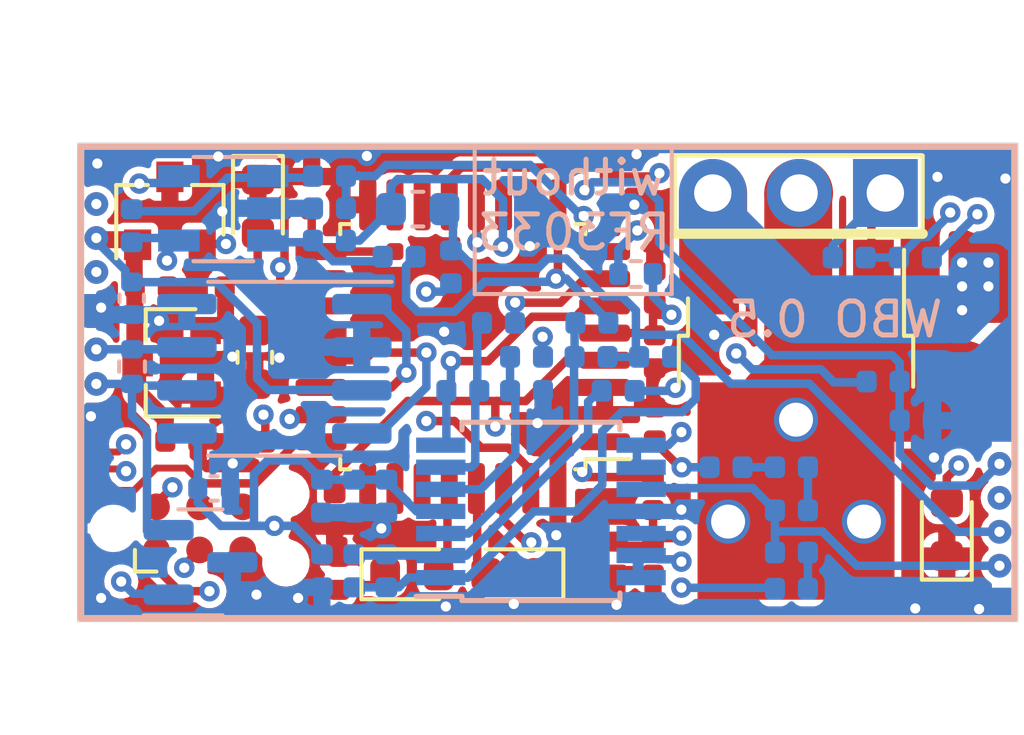
<source format=kicad_pcb>
(kicad_pcb (version 20211014) (generator pcbnew)
  (title_block (title "WBO") (date "2021-09-28") (rev "0.3") (company "gerefi.com"))
  (layers (0 "F.Cu" signal) (1 "In1.Cu" signal) (2 "In2.Cu" signal) (31 "B.Cu" signal) (34 "B.Paste" user) (35 "F.Paste" user) (36 "B.SilkS" user "B.Silkscreen") (37 "F.SilkS" user "F.Silkscreen") (38 "B.Mask" user) (39 "F.Mask" user) (44 "Edge.Cuts" user))
  (net 0 "")
  (net 1 "GND")
  (net 2 "/LSU_Rtrim")
  (net 3 "/LSU_Un")
  (net 4 "/LSU_Vm")
  (net 5 "/LSU_Ip")
  (net 6 "+5V")
  (net 7 "+3V3")
  (net 8 "/nRESET")
  (net 9 "Net-(C600-Pad1)")
  (net 10 "/LSU_Un_sense")
  (net 11 "/Vm")
  (net 12 "/Ip_sense")
  (net 13 "/Un_sense")
  (net 14 "Net-(C603-Pad1)")
  (net 15 "Net-(C603-Pad2)")
  (net 16 "Net-(C605-Pad2)")
  (net 17 "Net-(D600-Pad2)")
  (net 18 "Net-(D601-Pad1)")
  (net 19 "/Ip_dac")
  (net 20 "/Nernst_esr_drive")
  (net 21 "/CAN_TX")
  (net 22 "/CAN_RX")
  (net 23 "/heater_pwm")
  (net 24 "Net-(D602-Pad1)")
  (net 25 "Net-(D603-Pad2)")
  (net 26 "Net-(Q600-Pad1)")
  (net 27 "Net-(R603-Pad1)")
  (net 28 "Net-(R610-Pad1)")
  (net 29 "Net-(R611-Pad1)")
  (net 30 "/Boot0")
  (net 31 "Net-(R613-Pad1)")
  (net 32 "Net-(R614-Pad1)")
  (net 33 "/LED_BLUE")
  (net 34 "/LED_GREEN")
  (net 35 "Net-(R618-Pad2)")
  (net 36 "Net-(R619-Pad2)")
  (net 37 "/SWCLK")
  (net 38 "/SWDIO")
  (net 39 "Net-(R621-Pad1)")
  (net 40 "/LSU_H+")
  (net 41 "VDDA")
  (net 42 "/LSU_H-")
  (net 43 "/SEL1")
  (net 44 "/SEL2")
  (net 54 "/CANL")
  (net 55 "/CANH")
  (net 56 "Net-(M600-PadW9)")
  (footprint "Capacitor_SMD:C_0402_1005Metric" (layer "F.Cu") (at 94.7 85.2 90)
    (fp_text reference "C612" hide)
    (fp_text value "100n")
  )
  (footprint "Capacitor_SMD:C_0402_1005Metric" (layer "F.Cu") (at 80.775 89.725)
    (fp_text reference "C613" hide)
    (fp_text value "100n")
  )
  (footprint "Capacitor_SMD:C_0603_1608Metric" (layer "F.Cu") (at 82.925 87.2625 -90)
    (fp_text reference "C616" hide)
    (fp_text value "4.7u")
  )
  (footprint "Resistor_SMD:R_0402_1005Metric" (layer "F.Cu") (at 94.65 93.175 -90)
    (fp_text reference "R601" hide)
    (fp_text value "1k")
  )
  (footprint "Package_TO_SOT_SMD:SOT-23" (layer "F.Cu") (at 80.475 87.425 180)
    (fp_text reference "U604" hide)
    (fp_text value "XC6206P332MR" hide)
  )
  (footprint "Capacitor_SMD:C_0402_1005Metric" (layer "F.Cu") (at 93.5875 93.175 -90)
    (fp_text reference "C600" hide)
    (fp_text value "1u")
  )
  (footprint "Capacitor_SMD:C_0402_1005Metric" (layer "F.Cu") (at 94.7 87.1 -90)
    (fp_text reference "C611" hide)
    (fp_text value "1u")
  )
  (footprint "Resistor_SMD:R_0402_1005Metric" (layer "F.Cu") (at 93.4 82.425 90)
    (fp_text reference "R617" hide)
    (fp_text value "1k")
  )
  (footprint "Capacitor_SMD:C_0402_1005Metric" (layer "F.Cu") (at 94.7 89.225 90)
    (fp_text reference "C614" hide)
    (fp_text value "100n")
  )
  (footprint "Capacitor_SMD:C_0402_1005Metric" (layer "F.Cu") (at 84.6 82.425 90)
    (fp_text reference "C615" hide)
    (fp_text value "100n")
  )
  (footprint "Package_TO_SOT_SMD:TO-252-2" (layer "F.Cu") (at 98.86 89.1 -90)
    (fp_text reference "Q600" hide)
    (fp_text value "BTS3028")
  )
  (footprint "Resistor_SMD:R_0402_1005Metric" (layer "F.Cu") (at 82.75 89.75)
    (fp_text reference "R625" hide)
    (fp_text value "10k")
  )
  (footprint "LED_SMD:LED_0603_1608Metric" (layer "F.Cu") (at 90.525 93.65 180)
    (fp_text reference "D601" hide)
    (fp_text value "LED-GREEN-0603")
  )
  (footprint "Resistor_SMD:R_0402_1005Metric" (layer "F.Cu") (at 92.525 93.175 -90)
    (fp_text reference "R626" hide)
    (fp_text value "1k")
  )
  (footprint "LED_SMD:LED_0603_1608Metric" (layer "F.Cu") (at 103.3 92.325 90)
    (fp_text reference "D600" hide)
    (fp_text value "LED-RED-0603")
  )
  (footprint "LED_SMD:LED_0603_1608Metric" (layer "F.Cu") (at 87.55 93.65)
    (fp_text reference "D602" hide)
    (fp_text value "LED-BLUE-0603" hide)
  )
  (footprint "Resistor_SMD:R_0402_1005Metric" (layer "F.Cu") (at 85.4 93.625 -90)
    (fp_text reference "R627" hide)
    (fp_text value "1k")
  )
  (footprint "Package_QFP:LQFP-32_7x7mm_P0.8mm" (layer "F.Cu") (at 89.05 86.95 180)
    (fp_text reference "U602" hide)
    (fp_text value "STM32F042K6Tx" hide)
  )
  (footprint "Resistor_SMD:R_0402_1005Metric" (layer "F.Cu") (at 82.525 85.2 180)
    (fp_text reference "R628" hide)
    (fp_text value "1k")
  )
  (footprint "Capacitor_SMD:C_0402_1005Metric" (layer "F.Cu") (at 85.275 91.75 -90)
    (fp_text reference "C609" hide)
    (fp_text value "1u" hide)
  )
  (footprint "Capacitor_SMD:C_0402_1005Metric" (layer "F.Cu") (at 79.877 85.2)
    (fp_text reference "C610" hide)
    (fp_text value "1u")
  )
  (footprint "Package_TO_SOT_SMD:SOT-23" (layer "F.Cu") (at 80.425 82.95 90)
    (fp_text reference "U603" hide)
    (fp_text value "REF3033" hide)
  )
  (footprint "Resistor_SMD:R_0402_1005Metric" (layer "F.Cu") (at 94.65 91.275 -90)
    (fp_text reference "R600" hide)
    (fp_text value "1k")
  )
  (footprint "LED_SMD:LED_0603_1608Metric" (layer "F.Cu") (at 83.01755 82.82 -90)
    (fp_text reference "D603" hide)
    (fp_text value "LED-RED-0603")
  )
  (footprint "hellen-one-wbo-0.4:wbo" (layer "F.Cu") (at 77.7 95.05)
    (fp_text reference "M600" hide)
    (fp_text value "Module-wbo-0.5" hide)
  )
  (footprint "Connector:Tag-Connect_TC2030-IDC-NL_2x03_P1.27mm_Vertical" (layer "F.Cu") (at 81.3 92.3)
    (fp_text reference "J600" hide)
    (fp_text value "Conn_02x03_Odd_Even")
  )
  (footprint "Package_TO_SOT_THT:TO-220-3_Vertical" (layer "F.Cu") (at 98.95 82.425 180)
    (fp_text reference "Q601" hide)
    (fp_text value "VNP28N04-E")
  )
  (footprint "Capacitor_SMD:C_0402_1005Metric" (layer "B.Cu") (at 98.725 93.008332)
    (fp_text reference "C605" hide)
    (fp_text value "100n")
  )
  (footprint "Capacitor_SMD:C_0402_1005Metric" (layer "B.Cu") (at 102.4 89.125)
    (fp_text reference "C607" hide)
    (fp_text value "1u")
  )
  (footprint "Resistor_SMD:R_0603_1608Metric" (layer "B.Cu") (at 87.725 82.9 180)
    (fp_text reference "R609" hide)
    (fp_text value "61.9")
  )
  (footprint "Resistor_SMD:R_0402_1005Metric" (layer "B.Cu") (at 98.725 94.075 180)
    (fp_text reference "R607" hide)
    (fp_text value "22k")
  )
  (footprint "Resistor_SMD:R_0402_1005Metric" (layer "B.Cu") (at 85.120709 83.825)
    (fp_text reference "R614" hide)
    (fp_text value "10k")
  )
  (footprint "Resistor_SMD:R_0402_1005Metric" (layer "B.Cu") (at 87.175 84.3)
    (fp_text reference "R615" hide)
    (fp_text value "100k")
  )
  (footprint "Resistor_SMD:R_0402_1005Metric" (layer "B.Cu") (at 79.3 83.39 -90)
    (fp_text reference "R621" hide)
    (fp_text value "100k")
  )
  (footprint "Resistor_SMD:R_0402_1005Metric" (layer "B.Cu") (at 90.925 87.25 180)
    (fp_text reference "R619" hide)
    (fp_text value "10k")
  )
  (footprint "Resistor_SMD:R_0402_1005Metric" (layer "B.Cu") (at 90.925 88.25)
    (fp_text reference "R620" hide)
    (fp_text value "27k")
  )
  (footprint "Resistor_SMD:R_0402_1005Metric" (layer "B.Cu") (at 101.425 87.975 180)
    (fp_text reference "R606" hide)
    (fp_text value "10")
  )
  (footprint "Package_SO:TSSOP-14_4.4x5mm_P0.65mm" (layer "B.Cu") (at 91.35 91.8)
    (fp_text reference "U600" hide)
    (fp_text value "MCP6004")
  )
  (footprint "Capacitor_SMD:C_0402_1005Metric" (layer "B.Cu") (at 85.125 82.875 180)
    (fp_text reference "C608" hide)
    (fp_text value "100n")
  )
  (footprint "Resistor_SMD:R_0402_1005Metric" (layer "B.Cu") (at 85.125 81.925)
    (fp_text reference "R624" hide)
    (fp_text value "3.3k" hide)
  )
  (footprint "Resistor_SMD:R_0402_1005Metric" (layer "B.Cu") (at 100.425 84.325)
    (fp_text reference "R622" hide)
    (fp_text value "1k")
  )
  (footprint "Resistor_SMD:R_0402_1005Metric" (layer "B.Cu") (at 98.725 91.766666)
    (fp_text reference "R612" hide)
    (fp_text value "20k" hide)
  )
  (footprint "Resistor_SMD:R_0402_1005Metric" (layer "B.Cu") (at 90.1 86.25 180)
    (fp_text reference "R618" hide)
    (fp_text value "10k")
  )
  (footprint "Resistor_SMD:R_0402_1005Metric" (layer "B.Cu") (at 102.375 84.325 180)
    (fp_text reference "R616" hide)
    (fp_text value "1k")
  )
  (footprint "Resistor_SMD:R_0402_1005Metric" (layer "B.Cu") (at 89.05 88.25 180)
    (fp_text reference "R623" hide)
    (fp_text value "27k")
  )
  (footprint "Resistor_SMD:R_0402_1005Metric" (layer "B.Cu") (at 86.8 93.55 90)
    (fp_text reference "R604" hide)
    (fp_text value "10k")
  )
  (footprint "Resistor_SMD:R_0402_1005Metric" (layer "B.Cu") (at 92.825 87.25 180)
    (fp_text reference "R605" hide)
    (fp_text value "10k")
  )
  (footprint "Resistor_SMD:R_0402_1005Metric" (layer "B.Cu") (at 94.725 87.25)
    (fp_text reference "R608" hide)
    (fp_text value "47")
  )
  (footprint "Capacitor_SMD:C_0402_1005Metric" (layer "B.Cu") (at 85.85 93.55 90)
    (fp_text reference "C603" hide)
    (fp_text value "33n")
  )
  (footprint "Package_TO_SOT_SMD:TSOT-23-5" (layer "B.Cu") (at 82 82.875 180)
    (fp_text reference "U601" hide)
    (fp_text value "AD8628" hide)
  )
  (footprint "Resistor_SMD:R_0402_1005Metric" (layer "B.Cu") (at 92.85 86.25)
    (fp_text reference "R603" hide)
    (fp_text value "68k")
  )
  (footprint "Resistor_SMD:R_0402_1005Metric" (layer "B.Cu") (at 88.7 84.6 90)
    (fp_text reference "R613" hide)
    (fp_text value "10k")
  )
  (footprint "Capacitor_SMD:C_0402_1005Metric" (layer "B.Cu") (at 86.8 91.35 -90)
    (fp_text reference "C601" hide)
    (fp_text value "100n")
  )
  (footprint "Resistor_SMD:R_0402_1005Metric" (layer "B.Cu") (at 96.8 90.5 180)
    (fp_text reference "R610" hide)
    (fp_text value "20k")
  )
  (footprint "Resistor_SMD:R_0402_1005Metric" (layer "B.Cu") (at 98.725 90.5 180)
    (fp_text reference "R611" hide)
    (fp_text value "20k")
  )
  (footprint "Capacitor_SMD:C_0402_1005Metric" (layer "B.Cu") (at 85.85 91.35 -90)
    (fp_text reference "C602" hide)
    (fp_text value "100n")
  )
  (footprint "Resistor_SMD:R_0402_1005Metric" (layer "B.Cu") (at 93.625 88.25 180)
    (fp_text reference "R602" hide)
    (fp_text value "68k")
  )
  (footprint "Capacitor_SMD:C_0402_1005Metric" (layer "B.Cu") (at 84.9 91.35 -90)
    (fp_text reference "C604" hide)
    (fp_text value "DNP")
  )
  (footprint "Capacitor_SMD:C_0402_1005Metric" (layer "B.Cu") (at 84.9 93.55 -90)
    (fp_text reference "C606" hide)
    (fp_text value "DNP")
  )
  (footprint "Capacitor_SMD:C_0402_1005Metric" (layer "B.Cu") (at 81.724936 91.125)
    (fp_text reference "C618" hide)
    (fp_text value "100n")
  )
  (footprint "Resistor_SMD:R_0402_1005Metric" (layer "B.Cu") (at 94.14 84.81 180)
    (fp_text reference "R630" hide)
    (fp_text value "DNP")
  )
  (footprint "Resistor_SMD:R_0402_1005Metric" (layer "B.Cu") (at 79.31 87.536348 90)
    (fp_text reference "R629" hide)
    (fp_text value "120")
  )
  (footprint "Package_TO_SOT_SMD:SOT-23" (layer "B.Cu") (at 81.325 93.3)
    (fp_text reference "D604" hide)
    (fp_text value "PESD1CAN")
  )
  (footprint "Capacitor_SMD:C_0402_1005Metric" (layer "B.Cu") (at 79.3 85.525372 -90)
    (fp_text reference "C617" hide)
    (fp_text value "100n")
  )
  (footprint "Package_SO:SO-8_3.9x4.9mm_P1.27mm" (layer "B.Cu") (at 83.5 87.600372 180)
    (fp_text reference "U605" hide)
    (fp_text value "TJA1051T/3/1J")
  )
  (gr_line (start 95.2 85.4) (end 89.4 85.4) (layer "B.SilkS") (width 0.12))
  (gr_line (start 95.2 85.4) (end 95.2 81.035) (layer "B.SilkS") (width 0.12))
  (gr_line (start 89.4 85.4) (end 89.4 81.06) (layer "B.SilkS") (width 0.12))
  (gr_rect (start 77.7 95.05) (end 105.4 80.95) (layer "Edge.Cuts") (width 0.02) (fill none))
  (gr_text "without\nRF3033" (at 92.32 82.78) (layer "B.SilkS") (effects (font (size 1 1)) (justify mirror)))
  (gr_text "WBO 0.5" (at 100 86.15) (layer "B.SilkS") (effects (font (size 1 1)) (justify mirror)))
  (segment (start 82.265 87.245177) (end 82.265 89.75) (width 0.5) (layer "F.Cu") (net 1))
  (segment (start 81.475 88.375) (end 82.125 88.375) (width 0.5) (layer "F.Cu") (net 1))
  (segment (start 82.125 88.375) (end 82.45 88.05) (width 0.5) (layer "F.Cu") (net 1))
  (segment (start 82.45 88.05) (end 83.05 88.05) (width 0.5) (layer "F.Cu") (net 1))
  (via (at 78.4 85.8) (size 0.6) (drill 0.3) (layers "F.Cu" "B.Cu") (net 1))
  (via (at 93.575 94.55) (size 0.6) (drill 0.3) (layers "F.Cu" "B.Cu") (net 1))
  (via (at 102.922538 90.214599) (size 0.6) (drill 0.3) (layers "F.Cu" "B.Cu") (net 1))
  (via (at 86.225 81.3354) (size 0.6) (drill 0.3) (layers "F.Cu" "B.Cu") (net 1))
  (via (at 81.85 81.35) (size 0.6) (drill 0.3) (layers "F.Cu" "B.Cu") (net 1))
  (via (at 88.5 86.509111) (size 0.6) (drill 0.3) (layers "F.Cu" "B.Cu") (net 1))
  (via (at 78.4 94.35) (size 0.6) (drill 0.3) (layers "F.Cu" "B.Cu") (net 1))
  (via (at 78.1 89) (size 0.6) (drill 0.3) (layers "F.Cu" "B.Cu") (net 1))
  (via (at 96.45 86.6) (size 0.6) (drill 0.3) (layers "F.Cu" "B.Cu") (net 1))
  (via (at 80.1066 86.188725) (size 0.6) (drill 0.3) (layers "F.Cu" "B.Cu") (net 1))
  (via (at 82.275 90.3854) (size 0.6) (drill 0.3) (layers "F.Cu" "B.Cu") (net 1))
  (via (at 103.025 81.95) (size 0.6) (drill 0.3) (layers "F.Cu" "B.Cu") (net 1))
  (via (at 95.485398 91.75) (size 0.6) (drill 0.3) (layers "F.Cu" "B.Cu") (net 1))
  (via (at 105.025 82) (size 0.6) (drill 0.3) (layers "F.Cu" "B.Cu") (net 1))
  (via (at 82.975 94.25) (size 0.6) (drill 0.3) (layers "F.Cu" "B.Cu") (net 1))
  (via (at 104.25 94.675) (size 0.6) (drill 0.3) (layers "F.Cu" "B.Cu") (net 1))
  (via (at 91.8 92.4995) (size 0.6) (drill 0.3) (layers "F.Cu" "B.Cu") (net 1))
  (via (at 102.370089 94.656854) (size 0.6) (drill 0.3) (layers "F.Cu" "B.Cu") (net 1))
  (via (at 84.2 94.35) (size 0.6) (drill 0.3) (layers "F.Cu" "B.Cu") (net 1))
  (via (at 94.100825 82.769175) (size 0.6) (drill 0.3) (layers "F.Cu" "B.Cu") (net 1))
  (via (at 91.25 89.2) (size 0.6) (drill 0.3) (layers "F.Cu" "B.Cu") (net 1))
  (via (at 82.2646 87.244777) (size 0.6) (drill 0.3) (layers "F.Cu" "B.Cu") (net 1))
  (via (at 86.65 92.3) (size 0.6) (drill 0.3) (layers "F.Cu" "B.Cu") (net 1))
  (via (at 88.55 94.6) (size 0.6) (drill 0.3) (layers "F.Cu" "B.Cu") (net 1))
  (via (at 83.65 87.275) (size 0.6) (drill 0.3) (layers "F.Cu" "B.Cu") (net 1))
  (via (at 90.55 94.525) (size 0.6) (drill 0.3) (layers "F.Cu" "B.Cu") (net 1))
  (via (at 91.02 83.9896) (size 0.6) (drill 0.3) (layers "F.Cu" "B.Cu") (net 1))
  (via (at 94.164787 81.284373) (size 0.6) (drill 0.3) (layers "F.Cu" "B.Cu") (net 1))
  (via (at 81.966911 82.966911) (size 0.6) (drill 0.3) (layers "F.Cu" "B.Cu") (net 1))
  (via (at 78.28902 81.557183) (size 0.6) (drill 0.3) (layers "F.Cu" "B.Cu") (net 1))
  (segment (start 79.923247 86.005372) (end 79.3 86.005372) (width 0.5) (layer "B.Cu") (net 1))
  (segment (start 80.1066 86.188725) (end 79.923247 86.005372) (width 0.5) (layer "B.Cu") (net 1))
  (segment (start 93.31 87.25) (end 94.24 87.25) (width 0.25) (layer "B.Cu") (net 2))
  (segment (start 91.545572 84.3547) (end 92.09174 84.3547) (width 0.25) (layer "B.Cu") (net 2))
  (segment (start 103.61296 92.4) (end 104.85 92.4) (width 0.25) (layer "B.Cu") (net 2))
  (segment (start 95.5 86.6) (end 96.9401 88.0401) (width 0.25) (layer "B.Cu") (net 2))
  (segment (start 94.1451 85.88306) (end 94.1451 87.1551) (width 0.25) (layer "B.Cu") (net 2))
  (segment (start 92.09174 84.3547) (end 93.20714 85.4701) (width 0.25) (layer "B.Cu") (net 2))
  (segment (start 99.25306 88.0401) (end 103.61296 92.4) (width 0.25) (layer "B.Cu") (net 2))
  (segment (start 96.9401 88.0401) (end 99.25306 88.0401) (width 0.25) (layer "B.Cu") (net 2))
  (segment (start 94.1451 87.1551) (end 94.24 87.25) (width 0.25) (layer "B.Cu") (net 2))
  (segment (start 88.76 83.1475) (end 88.76 84) (width 0.25) (layer "B.Cu") (net 2))
  (segment (start 93.20714 85.4701) (end 93.73214 85.4701) (width 0.25) (layer "B.Cu") (net 2))
  (segment (start 91.275372 84.6249) (end 91.545572 84.3547) (width 0.25) (layer "B.Cu") (net 2))
  (segment (start 89.3849 84.6249) (end 91.275372 84.6249) (width 0.25) (layer "B.Cu") (net 2))
  (segment (start 94.15 86.6) (end 95.5 86.6) (width 0.25) (layer "B.Cu") (net 2))
  (segment (start 93.73214 85.4701) (end 94.1451 85.88306) (width 0.25) (layer "B.Cu") (net 2))
  (segment (start 88.5125 82.9) (end 88.76 83.1475) (width 0.25) (layer "B.Cu") (net 2))
  (segment (start 88.76 84) (end 89.3849 84.6249) (width 0.25) (layer "B.Cu") (net 2))
  (segment (start 99.64 92.39) (end 100.65 93.4) (width 0.25) (layer "B.Cu") (net 3))
  (segment (start 100.65 93.4) (end 104.85 93.4) (width 0.25) (layer "B.Cu") (net 3))
  (segment (start 98.24 92.39) (end 99.64 92.39) (width 0.25) (layer "B.Cu") (net 3))
  (segment (start 94.2099 91.1151) (end 97.588434 91.1151) (width 0.25) (layer "B.Cu") (net 3))
  (segment (start 98.24 92.833332) (end 98.24 92.39) (width 0.25) (layer "B.Cu") (net 3))
  (segment (start 97.588434 91.1151) (end 98.24 91.766666) (width 0.25) (layer "B.Cu") (net 3))
  (segment (start 98.24 91.766666) (end 98.24 92.39) (width 0.25) (layer "B.Cu") (net 3))
  (segment (start 90.5945 85.6549) (end 91.9251 85.6549) (width 0.25) (layer "F.Cu") (net 4))
  (segment (start 91.9251 85.6549) (end 92.63 84.95) (width 0.25) (layer "F.Cu") (net 4))
  (segment (start 92.63 84.95) (end 93.225 84.95) (width 0.25) (layer "F.Cu") (net 4))
  (segment (start 90.59 85.6504) (end 90.5945 85.6549) (width 0.25) (layer "F.Cu") (net 4))
  (via (at 90.59 85.6504) (size 0.6) (drill 0.3) (layers "F.Cu" "B.Cu") (net 4))
  (via (at 92.63 82.3396) (size 0.6) (drill 0.3) (layers "F.Cu" "B.Cu") (net 4))
  (segment (start 92.8596 82.11) (end 94.275472 82.11) (width 0.25) (layer "B.Cu") (net 4))
  (segment (start 101.915 90.115) (end 101.9875 90.1875) (width 0.25) (layer "B.Cu") (net 4))
  (segment (start 94.83 83.88) (end 98.15 87.2) (width 0.25) (layer "B.Cu") (net 4))
  (segment (start 94.275472 82.11) (end 94.83 82.664528) (width 0.25) (layer "B.Cu") (net 4))
  (segment (start 90.585 85.6554) (end 90.585 86.25) (width 0.25) (layer "B.Cu") (net 4))
  (segment (start 101.91 89.12) (end 101.915 89.125) (width 0.25) (layer "B.Cu") (net 4))
  (segment (start 101.91 87.975) (end 101.91 89.12) (width 0.25) (layer "B.Cu") (net 4))
  (segment (start 102.8401 91.0401) (end 104.2099 91.0401) (width 0.25) (layer "B.Cu") (net 4))
  (segment (start 90.59 85.6504) (end 90.585 85.6554) (width 0.25) (layer "B.Cu") (net 4))
  (segment (start 104.2099 91.0401) (end 104.85 90.4) (width 0.25) (layer "B.Cu") (net 4))
  (segment (start 101.6875 87.2) (end 101.91 87.4225) (width 0.25) (layer "B.Cu") (net 4))
  (segment (start 101.91 87.4225) (end 101.91 87.975) (width 0.25) (layer "B.Cu") (net 4))
  (segment (start 101.9875 90.1875) (end 102.8401 91.0401) (width 0.25) (layer "B.Cu") (net 4))
  (segment (start 98.15 87.2) (end 101.6875 87.2) (width 0.25) (layer "B.Cu") (net 4))
  (segment (start 92.63 82.3396) (end 92.8596 82.11) (width 0.25) (layer "B.Cu") (net 4))
  (segment (start 94.83 82.664528) (end 94.83 83.88) (width 0.25) (layer "B.Cu") (net 4))
  (segment (start 101.915 89.125) (end 101.915 90.115) (width 0.25) (layer "B.Cu") (net 4))
  (via (at 90.231838 84.005143) (size 0.6) (drill 0.3) (layers "F.Cu" "B.Cu") (net 5))
  (segment (start 89.6151 82.0151) (end 87.1349 82.0151) (width 0.25) (layer "B.Cu") (net 5))
  (segment (start 87.1349 82.0151) (end 86.9375 82.2125) (width 0.25) (layer "B.Cu") (net 5))
  (segment (start 86.0125 83.825) (end 86.9375 82.9) (width 0.25) (layer "B.Cu") (net 5))
  (segment (start 90.231838 84.005143) (end 90.231838 82.631838) (width 0.25) (layer "B.Cu") (net 5))
  (segment (start 86.9375 82.2125) (end 86.9375 82.9) (width 0.25) (layer "B.Cu") (net 5))
  (segment (start 90.231838 82.631838) (end 89.6151 82.0151) (width 0.25) (layer "B.Cu") (net 5))
  (segment (start 85.605709 83.825) (end 86.0125 83.825) (width 0.25) (layer "B.Cu") (net 5))
  (segment (start 78.35 83.8) (end 78.325 83.825) (width 0.5) (layer "F.Cu") (net 6))
  (segment (start 79.475 88.275) (end 79.475 87.425) (width 0.5) (layer "F.Cu") (net 6))
  (segment (start 79.392 87.342) (end 79.392 85.06) (width 0.5) (layer "F.Cu") (net 6))
  (segment (start 79.475 87.425) (end 79.392 87.342) (width 0.5) (layer "F.Cu") (net 6))
  (segment (start 80.29 89.725) (end 80.29 89.09) (width 0.5) (layer "F.Cu") (net 6))
  (segment (start 79.375 85.043) (end 79.375 83.834) (width 0.5) (layer "F.Cu") (net 6))
  (segment (start 80.29 89.09) (end 79.475 88.275) (width 0.5) (layer "F.Cu") (net 6))
  (segment (start 79.366 83.825) (end 79.341 83.8) (width 0.5) (layer "F.Cu") (net 6))
  (segment (start 79.341 83.8) (end 78.35 83.8) (width 0.5) (layer "F.Cu") (net 6))
  (segment (start 86.075 88.223325) (end 83.323325 88.223325) (width 0.25) (layer "B.Cu") (net 6))
  (segment (start 81.789442 85.050372) (end 79.345 85.050372) (width 0.25) (layer "B.Cu") (net 6))
  (segment (start 82.9901 87.8901) (end 82.9901 86.25103) (width 0.25) (layer "B.Cu") (net 6))
  (segment (start 79.112279 84.69824) (end 78.2588 83.844761) (width 0.25) (layer "B.Cu") (net 6))
  (segment (start 79.112279 84.857651) (end 79.112279 84.69824) (width 0.25) (layer "B.Cu") (net 6))
  (segment (start 79.3 85.045372) (end 79.112279 84.857651) (width 0.25) (layer "B.Cu") (net 6))
  (segment (start 82.9901 86.25103) (end 81.789442 85.050372) (width 0.25) (layer "B.Cu") (net 6))
  (segment (start 83.323325 88.223325) (end 82.9901 87.8901) (width 0.25) (layer "B.Cu") (net 6))
  (segment (start 78.2588 83.844761) (end 78.2588 83.75) (width 0.25) (layer "B.Cu") (net 6))
  (segment (start 82.0651 86.4151) (end 82.0651 85.2) (width 0.5) (layer "F.Cu") (net 7))
  (segment (start 84.04 82.91) (end 84.6 82.91) (width 0.25) (layer "F.Cu") (net 7))
  (segment (start 84.6 82.91) (end 84.6 83.875) (width 0.25) (layer "F.Cu") (net 7))
  (segment (start 95.495398 90.5) (end 95.44 90.5) (width 0.25) (layer "F.Cu") (net 7))
  (segment (start 80.702776 94.15) (end 79.988744 93.435968) (width 0.25) (layer "F.Cu") (net 7))
  (segment (start 83.675 84.614602) (end 83.675 85.85) (width 0.25) (layer "F.Cu") (net 7))
  (segment (start 84.875 84.15) (end 87.05 84.15) (width 0.25) (layer "F.Cu") (net 7))
  (segment (start 83.8 84.489602) (end 83.8 83.15) (width 0.25) (layer "F.Cu") (net 7))
  (segment (start 83.675 84.614602) (end 83.8 84.489602) (width 0.25) (layer "F.Cu") (net 7))
  (segment (start 79.988744 93.435968) (end 79.988744 92.976256) (width 0.25) (layer "F.Cu") (net 7))
  (segment (start 95.44 90.5) (end 94.65 89.71) (width 0.25) (layer "F.Cu") (net 7))
  (segment (start 81.475 86.475) (end 83.05 86.475) (width 0.5) (layer "F.Cu") (net 7))
  (segment (start 78.1 93.15) (end 79.815 93.15) (width 0.2032) (layer "F.Cu") (net 7))
  (segment (start 84.6 83.875) (end 84.875 84.15) (width 0.25) (layer "F.Cu") (net 7))
  (segment (start 94.45 89.75) (end 93.5401 89.75) (width 0.25) (layer "F.Cu") (net 7))
  (segment (start 83.8 83.15) (end 84.04 82.91) (width 0.25) (layer "F.Cu") (net 7))
  (segment (start 81.5896 94.15) (end 80.702776 94.15) (width 0.25) (layer "F.Cu") (net 7))
  (segment (start 83.675 85.85) (end 83.05 86.475) (width 0.25) (layer "F.Cu") (net 7))
  (via (at 83.5 92.225) (size 0.6) (drill 0.3) (layers "F.Cu" "B.Cu") (net 7))
  (via (at 79.525406 82.14769) (size 0.6) (drill 0.3) (layers "F.Cu" "B.Cu") (net 7))
  (via (at 81.5896 94.15) (size 0.6) (drill 0.3) (layers "F.Cu" "B.Cu") (net 7))
  (via (at 95.495398 90.5) (size 0.6) (drill 0.3) (layers "F.Cu" "B.Cu") (net 7))
  (via (at 83.675 84.614602) (size 0.6) (drill 0.3) (layers "F.Cu" "B.Cu") (net 7))
  (segment (start 79.543096 82.13) (end 80.535 82.13) (width 0.25) (layer "B.Cu") (net 7))
  (segment (start 84.9 90.865) (end 84.335 90.3) (width 0.25) (layer "B.Cu") (net 7))
  (segment (start 95.495398 90.5) (end 96.115 90.5) (width 0.25) (layer "B.Cu") (net 7))
  (segment (start 83.3 90.3) (end 82.9 90.7) (width 0.25) (layer "B.Cu") (net 7))
  (segment (start 88.275 91.8) (end 87.6899 91.8) (width 0.25) (layer "B.Cu") (net 7))
  (segment (start 84.075 92.225) (end 83.075 92.225) (width 0.25) (layer "B.Cu") (net 7))
  (segment (start 84.9 93.015) (end 84.865 93.015) (width 0.25) (layer "B.Cu") (net 7))
  (segment (start 81.925 92.225) (end 81.25 91.55) (width 0.25) (layer "B.Cu") (net 7))
  (segment (start 83.075 92.225) (end 81.925 92.225) (width 0.25) (layer "B.Cu") (net 7))
  (segment (start 87.4101 91.50624) (end 86.8 90.89614) (width 0.25) (layer "B.Cu") (net 7))
  (segment (start 81.25 91.55) (end 81.25 89.830372) (width 0.25) (layer "B.Cu") (net 7))
  (segment (start 82.9 90.7) (end 82.9 92.2) (width 0.25) (layer "B.Cu") (net 7))
  (segment (start 96.115 90.5) (end 96.315 90.7) (width 0.25) (layer "B.Cu") (net 7))
  (segment (start 81.25 89.830372) (end 80.925 89.505372) (width 0.25) (layer "B.Cu") (net 7))
  (segment (start 87.6899 91.8) (end 87.4101 91.5202) (width 0.25) (layer "B.Cu") (net 7))
  (segment (start 87.4101 91.5202) (end 87.4101 91.50624) (width 0.25) (layer "B.Cu") (net 7))
  (segment (start 84.335 90.3) (end 83.3 90.3) (width 0.25) (layer "B.Cu") (net 7))
  (segment (start 86.8 90.89614) (end 86.8 90.865) (width 0.25) (layer "B.Cu") (net 7))
  (segment (start 80.535 82.13) (end 80.69 81.975) (width 0.25) (layer "B.Cu") (net 7))
  (segment (start 86.8 90.865) (end 84.9 90.865) (width 0.25) (layer "B.Cu") (net 7))
  (segment (start 84.865 93.015) (end 84.075 92.225) (width 0.25) (layer "B.Cu") (net 7))
  (segment (start 79.525406 82.14769) (end 79.543096 82.13) (width 0.25) (layer "B.Cu") (net 7))
  (segment (start 81.244936 89.813261) (end 80.925 89.493325) (width 0.25) (layer "B.Cu") (net 7))
  (segment (start 90.006797 88.593203) (end 90.05 88.55) (width 0.25) (layer "F.Cu") (net 8))
  (segment (start 80.847704 93.387296) (end 81.3 92.935) (width 0.25) (layer "F.Cu") (net 8))
  (segment (start 90.006797 89.3) (end 90.006797 88.593203) (width 0.25) (layer "F.Cu") (net 8))
  (segment (start 78.909789 90.05) (end 78.1 90.05) (width 0.2032) (layer "F.Cu") (net 8))
  (segment (start 92.1 87.35) (end 93.225 87.35) (width 0.25) (layer "F.Cu") (net 8))
  (segment (start 85.25 90.725) (end 85.25 91.29) (width 0.25) (layer "F.Cu") (net 8))
  (segment (start 79.134789 89.825) (end 78.909789 90.05) (width 0.2032) (layer "F.Cu") (net 8))
  (segment (start 87.425 88.55) (end 85.25 90.725) (width 0.25) (layer "F.Cu") (net 8))
  (segment (start 90.05 88.55) (end 90.9 88.55) (width 0.25) (layer "F.Cu") (net 8))
  (segment (start 90.05 88.55) (end 87.425 88.55) (width 0.25) (layer "F.Cu") (net 8))
  (segment (start 90.9 88.55) (end 92.1 87.35) (width 0.25) (layer "F.Cu") (net 8))
  (via (at 90.006797 89.3) (size 0.6) (drill 0.3) (layers "F.Cu" "B.Cu") (net 8))
  (via (at 79.134789 89.825) (size 0.6) (drill 0.3) (layers "F.Cu" "B.Cu") (net 8))
  (via (at 80.847704 93.4604) (size 0.6) (drill 0.3) (layers "F.Cu" "B.Cu") (net 8))
  (segment (start 93.5 92.815) (end 94.516 92.815) (width 0.25) (layer "F.Cu") (net 9))
  (segment (start 95.414113 92.585888) (end 94.860888 92.585888) (width 0.25) (layer "F.Cu") (net 9))
  (segment (start 94.65 92.375) (end 94.65 92.69) (width 0.25) (layer "F.Cu") (net 9))
  (segment (start 95.485398 92.514603) (end 95.414113 92.585888) (width 0.25) (layer "F.Cu") (net 9))
  (segment (start 94.65 91.76) (end 94.65 92.375) (width 0.25) (layer "F.Cu") (net 9))
  (via (at 95.485398 92.514603) (size 0.6) (drill 0.3) (layers "F.Cu" "B.Cu") (net 9))
  (segment (start 95.485398 92.514603) (end 95.470795 92.5) (width 0.25) (layer "B.Cu") (net 9))
  (segment (start 95.470795 92.5) (end 94.225 92.5) (width 0.25) (layer "B.Cu") (net 9))
  (via (at 95.485398 89.4646) (size 0.6) (drill 0.3) (layers "F.Cu" "B.Cu") (net 10))
  (via (at 91.4 86.66) (size 0.6) (drill 0.3) (layers "F.Cu" "B.Cu") (net 10))
  (segment (start 95.485398 89.4646) (end 95.099998 89.85) (width 0.25) (layer "B.Cu") (net 10))
  (segment (start 95.099998 89.85) (end 94.175 89.85) (width 0.25) (layer "B.Cu") (net 10))
  (segment (start 91.41 86.67) (end 91.41 87.25) (width 0.25) (layer "B.Cu") (net 10))
  (segment (start 94.175 89.85) (end 94.175 90.5) (width 0.25) (layer "B.Cu") (net 10))
  (segment (start 91.4 86.66) (end 91.41 86.67) (width 0.25) (layer "B.Cu") (net 10))
  (segment (start 91.79 84.9448) (end 91.85 84.8848) (width 0.25) (layer "F.Cu") (net 11))
  (segment (start 91.85 84.8848) (end 91.85 82.775) (width 0.25) (layer "F.Cu") (net 11))
  (via (at 95.485398 93.279206) (size 0.6) (drill 0.3) (layers "F.Cu" "B.Cu") (net 11))
  (via (at 97.1 87.15) (size 0.6) (drill 0.3) (layers "F.Cu" "B.Cu") (net 11))
  (via (at 91.79 84.9448) (size 0.6) (drill 0.3) (layers "F.Cu" "B.Cu") (net 11))
  (segment (start 99.5901 87.6151) (end 99.975 88) (width 0.25) (layer "B.Cu") (net 11))
  (segment (start 94.80213 93.21054) (end 94.69159 93.1) (width 0.25) (layer "B.Cu") (net 11))
  (segment (start 100.915 88) (end 100.94 87.975) (width 0.25) (layer "B.Cu") (net 11))
  (segment (start 94.175 93.225) (end 94.175 93.75) (width 0.25) (layer "B.Cu") (net 11))
  (segment (start 87.380489 85.580489) (end 87.380489 84.579511) (width 0.25) (layer "B.Cu") (net 11))
  (segment (start 94.3 93.1) (end 94.175 93.225) (width 0.25) (layer "B.Cu") (net 11))
  (segment (start 94.25 93.5) (end 94.25 93.15) (width 0.25) (layer "B.Cu") (net 11))
  (segment (start 95.485398 93.279206) (end 95.416732 93.21054) (width 0.25) (layer "B.Cu") (net 11))
  (segment (start 92.0948 84.9448) (end 93.3 86.15) (width 0.25) (layer "B.Cu") (net 11))
  (segment (start 97.5651 87.6151) (end 99.5901 87.6151) (width 0.25) (layer "B.Cu") (net 11))
  (segment (start 95.416732 93.21054) (end 94.80213 93.21054) (width 0.25) (layer "B.Cu") (net 11))
  (segment (start 87.380489 84.579511) (end 87.66 84.3) (width 0.25) (layer "B.Cu") (net 11))
  (segment (start 91.79 84.9448) (end 91.6948 85.04) (width 0.25) (layer "B.Cu") (net 11))
  (segment (start 97.1 87.15) (end 97.5651 87.6151) (width 0.25) (layer "B.Cu") (net 11))
  (segment (start 93.3 86.15) (end 93.3 86.265) (width 0.25) (layer "B.Cu") (net 11))
  (segment (start 99.975 88) (end 100.915 88) (width 0.25) (layer "B.Cu") (net 11))
  (segment (start 89.68386 85.04) (end 88.804349 85.919511) (width 0.25) (layer "B.Cu") (net 11))
  (segment (start 91.6948 85.04) (end 89.68386 85.04) (width 0.25) (layer "B.Cu") (net 11))
  (segment (start 91.79 84.9448) (end 92.0948 84.9448) (width 0.25) (layer "B.Cu") (net 11))
  (segment (start 88.804349 85.919511) (end 87.719511 85.919511) (width 0.25) (layer "B.Cu") (net 11))
  (segment (start 87.719511 85.919511) (end 87.380489 85.580489) (width 0.25) (layer "B.Cu") (net 11))
  (segment (start 94.25 93.15) (end 94.3 93.1) (width 0.25) (layer "B.Cu") (net 11))
  (segment (start 92.609354 83.103923) (end 92.609354 84.15) (width 0.25) (layer "F.Cu") (net 12))
  (segment (start 92.609354 84.15) (end 93.225 84.15) (width 0.25) (layer "F.Cu") (net 12))
  (via (at 92.609354 83.103923) (size 0.6) (drill 0.3) (layers "F.Cu" "B.Cu") (net 12))
  (segment (start 92.609354 83.103923) (end 92.533923 83.103923) (width 0.25) (layer "B.Cu") (net 12))
  (segment (start 86.469928 81.925) (end 85.61 81.925) (width 0.25) (layer "B.Cu") (net 12))
  (segment (start 86.794928 81.6) (end 86.469928 81.925) (width 0.25) (layer "B.Cu") (net 12))
  (segment (start 91.03 81.6) (end 86.794928 81.6) (width 0.25) (layer "B.Cu") (net 12))
  (segment (start 85.61 82.875) (end 85.61 81.925) (width 0.25) (layer "B.Cu") (net 12))
  (segment (start 92.533923 83.103923) (end 91.03 81.6) (width 0.25) (layer "B.Cu") (net 12))
  (segment (start 92.63326 85.8047) (end 93.1703 85.8047) (width 0.25) (layer "F.Cu") (net 13))
  (segment (start 91.095472 86.07) (end 92.36796 86.07) (width 0.25) (layer "F.Cu") (net 13))
  (segment (start 89.799956 87.375044) (end 90.8099 86.3651) (width 0.25) (layer "F.Cu") (net 13))
  (segment (start 92.36796 86.07) (end 92.63326 85.8047) (width 0.25) (layer "F.Cu") (net 13))
  (segment (start 90.8099 86.3651) (end 90.8099 86.355572) (width 0.25) (layer "F.Cu") (net 13))
  (segment (start 90.8099 86.355572) (end 91.095472 86.07) (width 0.25) (layer "F.Cu") (net 13))
  (segment (start 88.830156 87.375044) (end 89.799956 87.375044) (width 0.25) (layer "F.Cu") (net 13))
  (via (at 88.698628 87.375044) (size 0.6) (drill 0.3) (layers "F.Cu" "B.Cu") (net 13))
  (segment (start 88.698628 87.375044) (end 88.698628 88.116372) (width 0.25) (layer "B.Cu") (net 13))
  (segment (start 88.565 88.25) (end 88.565 89.85) (width 0.25) (layer "B.Cu") (net 13))
  (segment (start 88.565 89.85) (end 88.275 89.85) (width 0.25) (layer "B.Cu") (net 13))
  (segment (start 86.66 94.035) (end 85.815 94.035) (width 0.25) (layer "B.Cu") (net 14))
  (segment (start 90.47513 92.47487) (end 89.2 93.75) (width 0.25) (layer "B.Cu") (net 14))
  (segment (start 93.1547 89.4453) (end 93.1547 91.0203) (width 0.25) (layer "B.Cu") (net 14))
  (segment (start 95.90657 88.478282) (end 95.509852 88.875) (width 0.25) (layer "B.Cu") (net 14))
  (segment (start 95.509852 88.875) (end 93.725 88.875) (width 0.25) (layer "B.Cu") (net 14))
  (segment (start 92.375 91.8) (end 91.141697 91.8) (width 0.25) (layer "B.Cu") (net 14))
  (segment (start 89.2 93.75) (end 88.4 93.75) (width 0.25) (layer "B.Cu") (net 14))
  (segment (start 95.247121 87.25) (end 95.90657 87.909449) (width 0.25) (layer "B.Cu") (net 14))
  (segment (start 93.725 88.875) (end 93.1547 89.4453) (width 0.25) (layer "B.Cu") (net 14))
  (segment (start 90.47513 92.466567) (end 90.47513 92.47487) (width 0.25) (layer "B.Cu") (net 14))
  (segment (start 87.165 94.035) (end 87.45 93.75) (width 0.25) (layer "B.Cu") (net 14))
  (segment (start 91.141697 91.8) (end 90.47513 92.466567) (width 0.25) (layer "B.Cu") (net 14))
  (segment (start 95.90657 87.909449) (end 95.90657 88.478282) (width 0.25) (layer "B.Cu") (net 14))
  (segment (start 95.21 87.25) (end 95.247121 87.25) (width 0.25) (layer "B.Cu") (net 14))
  (segment (start 93.1547 91.0203) (end 92.375 91.8) (width 0.25) (layer "B.Cu") (net 14))
  (segment (start 87.45 93.75) (end 88.4 93.75) (width 0.25) (layer "B.Cu") (net 14))
  (segment (start 86.8 94.035) (end 87.165 94.035) (width 0.25) (layer "B.Cu") (net 14))
  (segment (start 89.155281 93.1) (end 92.7396 89.515681) (width 0.25) (layer "B.Cu") (net 15))
  (segment (start 85.85 93.1) (end 89.155281 93.1) (width 0.25) (layer "B.Cu") (net 15))
  (segment (start 92.7396 89.515681) (end 92.7396 88.571568) (width 0.25) (layer "B.Cu") (net 15))
  (segment (start 92.7396 88.571568) (end 93.061168 88.25) (width 0.25) (layer "B.Cu") (net 15))
  (segment (start 99.21 93.9) (end 99.21 92.833332) (width 0.25) (layer "B.Cu") (net 16))
  (segment (start 103.65 90.45) (end 103.3 90.8) (width 0.25) (layer "F.Cu") (net 17))
  (segment (start 103.3 90.8) (end 103.3 91.5375) (width 0.25) (layer "F.Cu") (net 17))
  (via (at 104.2 83.05) (size 0.6) (drill 0.3) (layers "F.Cu" "B.Cu") (net 17))
  (via (at 103.65 90.45) (size 0.6) (drill 0.3) (layers "F.Cu" "B.Cu") (net 17))
  (segment (start 104.2 83.05) (end 103.697028 83.552972) (width 0.25) (layer "B.Cu") (net 17))
  (segment (start 103.697028 83.552972) (end 103.697028 83.5625) (width 0.25) (layer "B.Cu") (net 17))
  (segment (start 102.934528 84.325) (end 102.86 84.325) (width 0.25) (layer "B.Cu") (net 17))
  (segment (start 103.697028 83.5625) (end 102.934528 84.325) (width 0.25) (layer "B.Cu") (net 17))
  (segment (start 92.515 93.65) (end 92.525 93.66) (width 0.25) (layer "F.Cu") (net 18))
  (segment (start 91.3125 93.65) (end 92.515 93.65) (width 0.25) (layer "F.Cu") (net 18))
  (segment (start 89.45 83.849597) (end 89.45 82.775) (width 0.25) (layer "F.Cu") (net 19))
  (segment (start 89.477956 83.877553) (end 89.45 83.849597) (width 0.25) (layer "F.Cu") (net 19))
  (via (at 95.308139 88.162517) (size 0.6) (drill 0.3) (layers "F.Cu" "B.Cu") (net 19))
  (via (at 89.477956 83.877553) (size 0.6) (drill 0.3) (layers "F.Cu" "B.Cu") (net 19))
  (segment (start 95.308139 88.162517) (end 95.220656 88.25) (width 0.25) (layer "B.Cu") (net 19))
  (segment (start 95.220656 88.25) (end 94.11 88.25) (width 0.25) (layer "B.Cu") (net 19))
  (segment (start 91.06523 92.710995) (end 90.910995 92.710995) (width 0.25) (layer "F.Cu") (net 20))
  (segment (start 90.25 92.05) (end 90.25 91.125) (width 0.25) (layer "F.Cu") (net 20))
  (segment (start 90.910995 92.710995) (end 90.25 92.05) (width 0.25) (layer "F.Cu") (net 20))
  (via (at 95.485398 94.043809) (size 0.6) (drill 0.3) (layers "F.Cu" "B.Cu") (net 20))
  (via (at 91.06523 92.710995) (size 0.6) (drill 0.3) (layers "F.Cu" "B.Cu") (net 20))
  (segment (start 95.491589 94.05) (end 98.215 94.05) (width 0.25) (layer "B.Cu") (net 20))
  (segment (start 95.485398 94.043809) (end 95.491589 94.05) (width 0.25) (layer "B.Cu") (net 20))
  (segment (start 86.950686 88.15) (end 84.875 88.15) (width 0.25) (layer "F.Cu") (net 21))
  (segment (start 87.386668 87.714018) (end 86.950686 88.15) (width 0.25) (layer "F.Cu") (net 21))
  (via (at 87.386668 87.714018) (size 0.6) (drill 0.3) (layers "F.Cu" "B.Cu") (net 21))
  (segment (start 87.386668 86.486668) (end 86.583325 85.683325) (width 0.25) (layer "B.Cu") (net 21))
  (segment (start 86.583325 85.683325) (end 86.075 85.683325) (width 0.25) (layer "B.Cu") (net 21))
  (segment (start 87.386668 87.714018) (end 87.386668 86.486668) (width 0.25) (layer "B.Cu") (net 21))
  (segment (start 86.375582 87.124418) (end 86.15 87.35) (width 0.25) (layer "F.Cu") (net 22))
  (segment (start 87.976268 87.124418) (end 86.375582 87.124418) (width 0.25) (layer "F.Cu") (net 22))
  (segment (start 86.15 87.35) (end 84.875 87.35) (width 0.25) (layer "F.Cu") (net 22))
  (via (at 87.976268 87.124418) (size 0.6) (drill 0.3) (layers "F.Cu" "B.Cu") (net 22))
  (segment (start 87.976268 87.124418) (end 87.976268 88.13895) (width 0.25) (layer "B.Cu") (net 22))
  (segment (start 86.609846 89.505372) (end 86.075 89.505372) (width 0.25) (layer "B.Cu") (net 22))
  (segment (start 87.976268 88.13895) (end 86.609846 89.505372) (width 0.25) (layer "B.Cu") (net 22))
  (segment (start 89 81.675) (end 93.135 81.675) (width 0.25) (layer "F.Cu") (net 23))
  (segment (start 94.74 81.94) (end 93.4 81.94) (width 0.25) (layer "F.Cu") (net 23))
  (segment (start 94.839647 81.840353) (end 94.74 81.94) (width 0.25) (layer "F.Cu") (net 23))
  (segment (start 88.65 82.025) (end 89 81.675) (width 0.25) (layer "F.Cu") (net 23))
  (segment (start 88.65 82.775) (end 88.65 82.025) (width 0.25) (layer "F.Cu") (net 23))
  (segment (start 93.135 81.675) (end 93.4 81.94) (width 0.25) (layer "F.Cu") (net 23))
  (via (at 103.4 83) (size 0.6) (drill 0.3) (layers "F.Cu" "B.Cu") (net 23))
  (via (at 94.839647 81.840353) (size 0.6) (drill 0.3) (layers "F.Cu" "B.Cu") (net 23))
  (segment (start 102.7326 83.7151) (end 102.4999 83.7151) (width 0.25) (layer "B.Cu") (net 23))
  (segment (start 103.4 83.0477) (end 102.7326 83.7151) (width 0.25) (layer "B.Cu") (net 23))
  (segment (start 103.4 83) (end 103.4 83.0477) (width 0.25) (layer "B.Cu") (net 23))
  (segment (start 101.89 84.325) (end 100.91 84.325) (width 0.25) (layer "B.Cu") (net 23))
  (segment (start 102.4999 83.7151) (end 101.89 84.325) (width 0.25) (layer "B.Cu") (net 23))
  (segment (start 85.53991 93.97009) (end 85.4 94.11) (width 0.25) (layer "F.Cu") (net 24))
  (segment (start 86.46441 93.97009) (end 85.53991 93.97009) (width 0.25) (layer "F.Cu") (net 24))
  (segment (start 83.01 84.01505) (end 83.01755 84.0075) (width 0.25) (layer "F.Cu") (net 25))
  (segment (start 83.01 85.2) (end 83.01 84.01505) (width 0.25) (layer "F.Cu") (net 25))
  (segment (start 101.08 82.71) (end 101.08 84.65) (width 0.25) (layer "F.Cu") (net 26))
  (segment (start 99.94 83.975) (end 101.49 82.425) (width 0.25) (layer "B.Cu") (net 26))
  (segment (start 99.94 84.325) (end 99.94 83.975) (width 0.25) (layer "B.Cu") (net 26))
  (segment (start 92.3245 87.2655) (end 92.3245 89.343741) (width 0.25) (layer "B.Cu") (net 27))
  (segment (start 92.3245 89.343741) (end 89.218241 92.45) (width 0.25) (layer "B.Cu") (net 27))
  (segment (start 92.34 86.25) (end 92.34 87.25) (width 0.25) (layer "B.Cu") (net 27))
  (segment (start 89.218241 92.45) (end 88.275 92.45) (width 0.25) (layer "B.Cu") (net 27))
  (segment (start 92.34 87.25) (end 92.3245 87.2655) (width 0.25) (layer "B.Cu") (net 27))
  (segment (start 97.285 90.5) (end 98.24 90.5) (width 0.25) (layer "B.Cu") (net 28))
  (segment (start 99.21 90.7) (end 99.21 91.766666) (width 0.25) (layer "B.Cu") (net 29))
  (segment (start 83.180374 88.9521) (end 83.235 89.006726) (width 0.25) (layer "F.Cu") (net 30))
  (segment (start 88.805072 89.1396) (end 89.590472 89.925) (width 0.25) (layer "F.Cu") (net 30))
  (segment (start 83.235 89.006726) (end 83.235 89.75) (width 0.25) (layer "F.Cu") (net 30))
  (segment (start 89.590472 89.925) (end 90.38704 89.925) (width 0.25) (layer "F.Cu") (net 30))
  (segment (start 91.05 90.58796) (end 91.05 91.125) (width 0.25) (layer "F.Cu") (net 30))
  (segment (start 87.9754 89.1396) (end 88.805072 89.1396) (width 0.25) (layer "F.Cu") (net 30))
  (segment (start 90.38704 89.925) (end 91.05 90.58796) (width 0.25) (layer "F.Cu") (net 30))
  (via (at 87.9754 89.1396) (size 0.6) (drill 0.3) (layers "F.Cu" "B.Cu") (net 30))
  (via (at 83.180374 88.9521) (size 0.6) (drill 0.3) (layers "F.Cu" "B.Cu") (net 30))
  (via (at 87.970589 85.329411) (size 0.6) (drill 0.3) (layers "F.Cu" "B.Cu") (net 31))
  (via (at 80.339346 84.4154) (size 0.6) (drill 0.3) (layers "F.Cu" "B.Cu") (net 31))
  (segment (start 80.565 83.75) (end 79.615 83.75) (width 0.25) (layer "B.Cu") (net 31))
  (segment (start 80.339346 84.4154) (end 80.339346 84.175654) (width 0.25) (layer "B.Cu") (net 31))
  (segment (start 80.64 83.875) (end 80.69 83.875) (width 0.25) (layer "B.Cu") (net 31))
  (segment (start 80.339346 84.175654) (end 80.64 83.875) (width 0.25) (layer "B.Cu") (net 31))
  (segment (start 88.455589 85.329411) (end 88.7 85.085) (width 0.25) (layer "B.Cu") (net 31))
  (segment (start 87.970589 85.329411) (end 88.455589 85.329411) (width 0.25) (layer "B.Cu") (net 31))
  (segment (start 84.635709 83.835709) (end 85.2351 84.4351) (width 0.25) (layer "B.Cu") (net 32))
  (segment (start 85.2351 84.4351) (end 86.515 84.4351) (width 0.25) (layer "B.Cu") (net 32))
  (segment (start 83.31 83.875) (end 84.549411 83.875) (width 0.25) (layer "B.Cu") (net 32))
  (segment (start 88.597 93.1925) (end 88.597 91.84) (width 0.25) (layer "F.Cu") (net 33))
  (segment (start 89.472 91.765) (end 89.472 93.3095) (width 0.25) (layer "F.Cu") (net 34))
  (segment (start 89.535 88.25) (end 89.475 88.19) (width 0.25) (layer "B.Cu") (net 35))
  (segment (start 89.3 90.5) (end 89.416697 90.383303) (width 0.25) (layer "B.Cu") (net 35))
  (segment (start 89.416697 90.383303) (end 89.416697 88.368303) (width 0.25) (layer "B.Cu") (net 35))
  (segment (start 89.475 88.19) (end 89.475 86.32352) (width 0.25) (layer "B.Cu") (net 35))
  (segment (start 88.275 90.5) (end 89.3 90.5) (width 0.25) (layer "B.Cu") (net 35))
  (segment (start 89.416697 88.368303) (end 89.535 88.25) (width 0.25) (layer "B.Cu") (net 35))
  (segment (start 88.275 91.15) (end 89.575 91.15) (width 0.25) (layer "B.Cu") (net 36))
  (segment (start 89.575 91.15) (end 90.596397 90.128603) (width 0.25) (layer "B.Cu") (net 36))
  (segment (start 90.44 88.25) (end 90.44 87.25) (width 0.25) (layer "B.Cu") (net 36))
  (segment (start 90.596397 88.406397) (end 90.44 88.25) (width 0.25) (layer "B.Cu") (net 36))
  (segment (start 90.596397 90.128603) (end 90.596397 88.406397) (width 0.25) (layer "B.Cu") (net 36))
  (segment (start 79.368806 91.181194) (end 80.0255 90.5245) (width 0.2032) (layer "F.Cu") (net 37))
  (segment (start 78.1 91.05) (end 78.731313 91.05) (width 0.2032) (layer "F.Cu") (net 37))
  (segment (start 80.8995 90.5245) (end 81.325 90.95) (width 0.2032) (layer "F.Cu") (net 37))
  (segment (start 78.731313 91.05) (end 78.862507 91.181194) (width 0.2032) (layer "F.Cu") (net 37))
  (segment (start 82.95 90.975) (end 84.175 89.75) (width 0.25) (layer "F.Cu") (net 37))
  (segment (start 80.0255 90.5245) (end 80.8995 90.5245) (width 0.2032) (layer "F.Cu") (net 37))
  (segment (start 78.862507 91.181194) (end 79.368806 91.181194) (width 0.2032) (layer "F.Cu") (net 37))
  (segment (start 81.3 91.665) (end 81.3 90.975) (width 0.25) (layer "F.Cu") (net 37))
  (segment (start 81.3 90.975) (end 82.95 90.975) (width 0.25) (layer "F.Cu") (net 37))
  (segment (start 84.175 89.75) (end 84.875 89.75) (width 0.25) (layer "F.Cu") (net 37))
  (segment (start 80.03 91.561536) (end 80.03 91.665) (width 0.25) (layer "F.Cu") (net 38))
  (segment (start 84.7453 89.0797) (end 84.875 88.95) (width 0.25) (layer "F.Cu") (net 38))
  (segment (start 83.95 89.0797) (end 84.7453 89.0797) (width 0.25) (layer "F.Cu") (net 38))
  (segment (start 79.069306 90.55) (end 78.1 90.55) (width 0.2032) (layer "F.Cu") (net 38))
  (segment (start 79.134289 90.614983) (end 79.069306 90.55) (width 0.2032) (layer "F.Cu") (net 38))
  (segment (start 80.500336 91.0912) (end 80.03 91.561536) (width 0.25) (layer "F.Cu") (net 38))
  (via (at 79.134289 90.614983) (size 0.6) (drill 0.3) (layers "F.Cu" "B.Cu") (net 38))
  (via (at 83.95 89.0797) (size 0.6) (drill 0.3) (layers "F.Cu" "B.Cu") (net 38))
  (via (at 80.500336 91.0912) (size 0.6) (drill 0.3) (layers "F.Cu" "B.Cu") (net 38))
  (segment (start 84.59 81.975) (end 84.64 81.925) (width 0.25) (layer "B.Cu") (net 39))
  (segment (start 81.14 82.96) (end 82.125 81.975) (width 0.25) (layer "B.Cu") (net 39))
  (segment (start 82.125 81.975) (end 84.59 81.975) (width 0.25) (layer "B.Cu") (net 39))
  (segment (start 79.42 82.96) (end 81.14 82.96) (width 0.25) (layer "B.Cu") (net 39))
  (segment (start 79.3 82.84) (end 79.42 82.96) (width 0.25) (layer "B.Cu") (net 39))
  (segment (start 99.125 88.25) (end 98.6 88.775) (width 2.999999) (layer "F.Cu") (net 40))
  (segment (start 103.65 88.25) (end 99.125 88.25) (width 2.999999) (layer "F.Cu") (net 40))
  (segment (start 99.3 88.275) (end 98.8 88.775) (width 2) (layer "F.Cu") (net 40))
  (segment (start 98.925 87.525) (end 98.925 82.45) (width 2) (layer "F.Cu") (net 40))
  (segment (start 98.925 82.45) (end 98.95 82.425) (width 2) (layer "F.Cu") (net 40))
  (segment (start 82.075 83.925) (end 81.486 83.925) (width 0.25) (layer "F.Cu") (net 41))
  (segment (start 92.716811 90.79) (end 92.5651 90.638289) (width 0.25) (layer "F.Cu") (net 41))
  (segment (start 94.65 86.0104) (end 94.65 86.615) (width 0.25) (layer "F.Cu") (net 41))
  (segment (start 95.190789 86.0104) (end 94.65 86.0104) (width 0.25) (layer "F.Cu") (net 41))
  (segment (start 94.65 90.79) (end 92.716811 90.79) (width 0.25) (layer "F.Cu") (net 41))
  (segment (start 94.585 86.55) (end 93.225 86.55) (width 0.25) (layer "F.Cu") (net 41))
  (via (at 95.190789 86.0104) (size 0.6) (drill 0.3) (layers "F.Cu" "B.Cu") (net 41))
  (via (at 82.075 83.925) (size 0.6) (drill 0.3) (layers "F.Cu" "B.Cu") (net 41))
  (via (at 92.5651 90.638289) (size 0.6) (drill 0.3) (layers "F.Cu" "B.Cu") (net 41))
  (segment (start 94.65 85.469611) (end 94.65 84.81) (width 0.25) (layer "B.Cu") (net 41))
  (segment (start 95.190789 86.0104) (end 94.65 85.469611) (width 0.25) (layer "B.Cu") (net 41))
  (segment (start 96.42 84.75) (end 96.42 82.435) (width 2) (layer "F.Cu") (net 42))
  (via (at 104.525 84.475) (size 0.6) (drill 0.3) (layers "F.Cu" "B.Cu") (net 42))
  (via (at 103.75 85.175) (size 0.6) (drill 0.3) (layers "F.Cu" "B.Cu") (net 42))
  (via (at 103.75 84.475) (size 0.6) (drill 0.3) (layers "F.Cu" "B.Cu") (net 42))
  (via (at 103.75 85.875) (size 0.6) (drill 0.3) (layers "F.Cu" "B.Cu") (net 42))
  (via (at 104.525 85.175) (size 0.6) (drill 0.3) (layers "F.Cu" "B.Cu") (net 42))
  (segment (start 96.41 83.36) (end 98.9 85.85) (width 2) (layer "B.Cu") (net 42))
  (segment (start 98.9 85.85) (end 103.25 85.85) (width 2) (layer "B.Cu") (net 42))
  (segment (start 96.41 82.425) (end 96.41 83.36) (width 2) (layer "B.Cu") (net 42))
  (segment (start 80.862047 88.160372) (end 80.925 88.223325) (width 0.25) (layer "B.Cu") (net 54))
  (segment (start 79.319422 88.046348) (end 78.342222 88.046348) (width 0.25) (layer "B.Cu") (net 54))
  (segment (start 79.31 88.985) (end 79.75 89.425) (width 0.25) (layer "B.Cu") (net 54))
  (segment (start 79.75 89.425) (end 79.75 92.375) (width 0.25) (layer "B.Cu") (net 54))
  (segment (start 79.31 88.046348) (end 79.31 88.985) (width 0.25) (layer "B.Cu") (net 54))
  (segment (start 79.319422 88.096348) (end 80.881469 88.096348) (width 0.25) (layer "B.Cu") (net 54))
  (via (at 78.99177 93.865825) (size 0.6) (drill 0.3) (layers "F.Cu" "B.Cu") (net 55))
  (segment (start 80.787953 87.090372) (end 80.925 86.953325) (width 0.25) (layer "B.Cu") (net 55))
  (segment (start 79.319422 87.026348) (end 80.807375 87.026348) (width 0.25) (layer "B.Cu") (net 55))
  (segment (start 79.350945 94.225) (end 78.99177 93.865825) (width 0.25) (layer "B.Cu") (net 55))
  (segment (start 80.3875 94.225) (end 79.350945 94.225) (width 0.25) (layer "B.Cu") (net 55))
  (segment (start 79.319422 87.026348) (end 78.338222 87.026348) (width 0.25) (layer "B.Cu") (net 55))
  (via (at 94.187886 83.528805) (size 0.6) (drill 0.3) (layers "F.Cu" "B.Cu") (net 56))
  (segment (start 93.63 84.086691) (end 93.63 84.81) (width 0.25) (layer "B.Cu") (net 56))
  (segment (start 94.187886 83.528805) (end 93.63 84.086691) (width 0.25) (layer "B.Cu") (net 56))
  (zone (net 0) (net_name "") (layers F&B.Cu) (connect_pads (clearance 0)) (min_thickness 0.254)
    (keepout (tracks allowed) (vias allowed) (pads allowed) (copperpour not_allowed) (footprints allowed))
    (fill (thermal_gap 0.508) (thermal_bridge_width 0.508))
    (polygon (pts (xy 77.75 83.1) (xy 78.25 83.1) (xy 78.25 85.4) (xy 77.75 85.4)))
  )
  (zone (net 42) (net_name "/LSU_H-") (layer "F.Cu") (priority 2) (connect_pads (clearance 0.254)) (min_thickness 0.254) (fill yes (thermal_gap 0.508) (thermal_bridge_width 0.508))
    (polygon (pts (xy 105.35 86.25) (xy 103.35 86.25) (xy 103.35 83.25) (xy 105.35 83.25)))
  )
  (zone (net 0) (net_name "") (layers "F.Cu" "In1.Cu" "In2.Cu" "B.Cu") (connect_pads (clearance 0)) (min_thickness 0.254)
    (keepout (tracks allowed) (vias allowed) (pads allowed) (copperpour not_allowed) (footprints allowed))
    (fill (thermal_gap 0.508) (thermal_bridge_width 0.508))
    (polygon (pts (xy 105.125 94.05) (xy 104.625 94.05) (xy 104.625 89.75) (xy 105.125 89.75)))
  )
  (zone (net 0) (net_name "") (layer "F.Cu") (connect_pads (clearance 0)) (min_thickness 0.254)
    (keepout (tracks allowed) (vias allowed) (pads allowed) (copperpour not_allowed) (footprints allowed))
    (fill (thermal_gap 0.508) (thermal_bridge_width 0.508))
    (polygon (pts (xy 78.65 84.1) (xy 77.75 84.1) (xy 77.75 83.4) (xy 78.65 83.4)))
  )
  (zone (net 1) (net_name "GND") (layers "F.Cu" "In1.Cu" "In2.Cu" "B.Cu") (priority 1) (connect_pads (clearance 0.2)) (min_thickness 0.2) (fill yes (thermal_gap 0.254) (thermal_bridge_width 0.508))
    (polygon (pts (xy 105.35 95) (xy 77.75 95) (xy 77.75 81) (xy 105.35 81)))
  )
  (zone (net 0) (net_name "") (layer "F.Cu") (connect_pads (clearance 0)) (min_thickness 0.254)
    (keepout (tracks allowed) (vias not_allowed) (pads allowed) (copperpour not_allowed) (footprints allowed))
    (fill (thermal_gap 0.508) (thermal_bridge_width 0.508))
    (polygon (pts (xy 82.6 92.95) (xy 80 92.95) (xy 80 91.65) (xy 82.6 91.65)))
  )
  (zone (net 0) (net_name "") (layers F&B.Cu) (connect_pads (clearance 0)) (min_thickness 0.254)
    (keepout (tracks allowed) (vias allowed) (pads allowed) (copperpour not_allowed) (footprints allowed))
    (fill (thermal_gap 0.508) (thermal_bridge_width 0.508))
    (polygon (pts (xy 77.75 86.4) (xy 78.25 86.4) (xy 78.25 88.6) (xy 77.75 88.6)))
  )
  (zone (net 42) (net_name "/LSU_H-") (layer "B.Cu") (priority 2) (connect_pads (clearance 0.254)) (min_thickness 0.254) (fill yes (thermal_gap 0.508) (thermal_bridge_width 0.508))
    (polygon (pts (xy 104.875 85.9) (xy 103.925 86.85) (xy 103.35 86.85) (xy 103.35 84.175) (xy 104.875 84.175)))
  )
)
</source>
